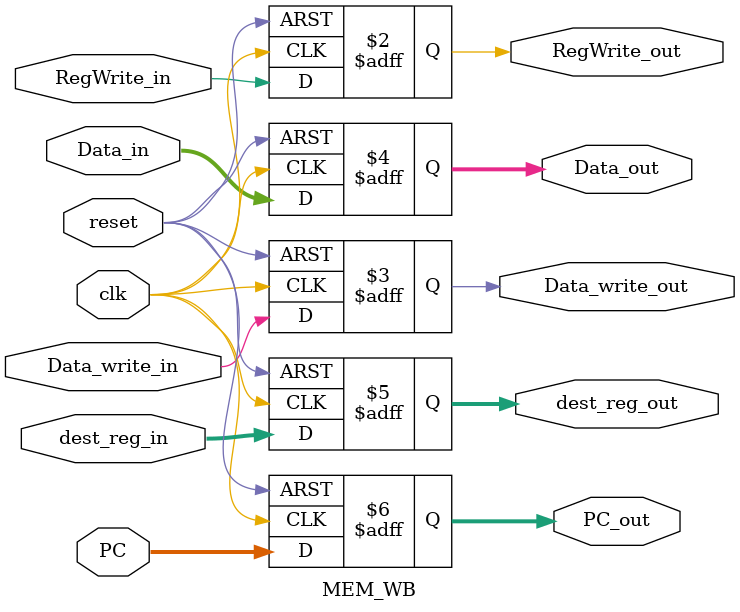
<source format=v>
module MEM_WB (
    input clk,
    input reset,

    //input WBdata_in,
    input RegWrite_in,
    input Data_write_in,

    //input [31:0] ALU_result_in,
    input [31:0] Data_in,
    input [3:0] dest_reg_in,
	input [31:0] PC,

    //output reg WBdata_out,
    output reg RegWrite_out,
    output reg Data_write_out,

    //output reg [31:0] ALU_result_out,
    output reg [31:0] Data_out,
    output reg [3:0] dest_reg_out,
	output reg [31:0] PC_out
);

    always @(posedge clk or posedge reset) begin
        if (reset) begin
            {RegWrite_out, Data_write_out} <= 0;
            //ALU_result_out <= 0;
            Data_out <= 0;
            dest_reg_out <= 0;
			PC_out<=32'hFFFFFFFF;
        end else begin
           // WBdata_out <= WBdata_in;
            RegWrite_out <= RegWrite_in;
            Data_write_out <= Data_write_in;

            //ALU_result_out <= ALU_result_in;
            Data_out <= Data_in;
            dest_reg_out <= dest_reg_in;
			PC_out<=PC;
			
        end
    end

endmodule

</source>
